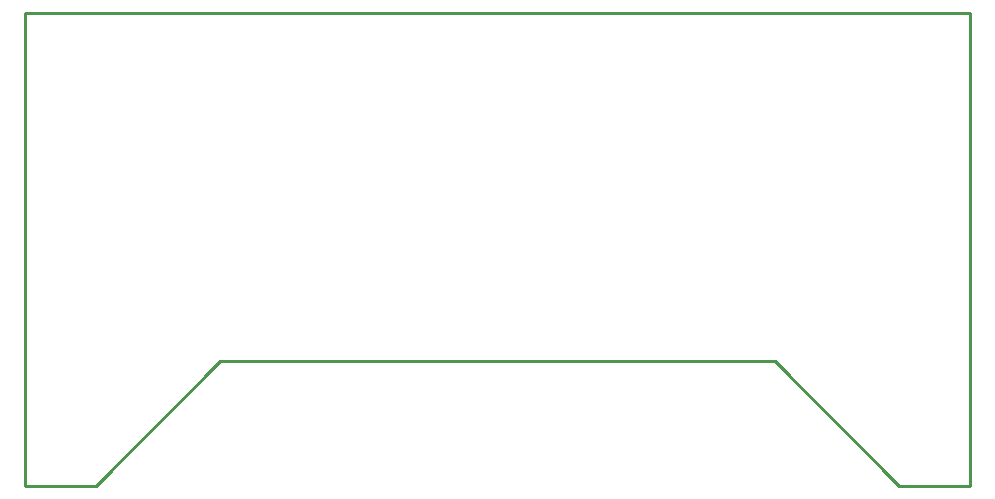
<source format=gm1>
G04*
G04 #@! TF.GenerationSoftware,Altium Limited,Altium Designer,20.1.14 (287)*
G04*
G04 Layer_Color=16711935*
%FSLAX24Y24*%
%MOIN*%
G70*
G04*
G04 #@! TF.SameCoordinates,F30C1B07-68E6-47D5-99FE-7A5909F02EA4*
G04*
G04*
G04 #@! TF.FilePolarity,Positive*
G04*
G01*
G75*
%ADD10C,0.0100*%
G54D10*
X-22500Y13000D02*
X-4000D01*
X140Y8860D01*
X2500D01*
X-26640D02*
X-22500Y13000D01*
X-29000Y8860D02*
X-26640D01*
X-29000Y23100D02*
X-29000Y8860D01*
X-29000Y24600D02*
X2500D01*
X-29000Y23100D02*
Y24600D01*
X2500Y8860D02*
Y24600D01*
M02*

</source>
